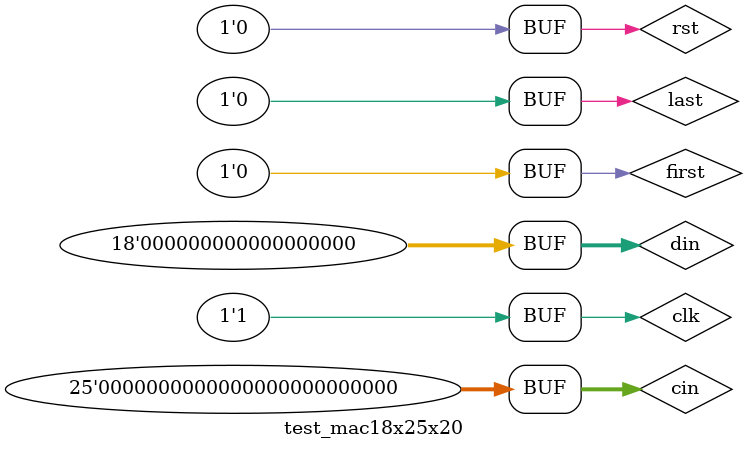
<source format=v>
`timescale 1ns / 1ps
module test_mac18x25x20;

	// Inputs
	reg [24:0] cin;
	reg [17:0] din;
	reg first;
	reg last;
	reg clk;
	reg rst;

	// Outputs
	wire [19:0] dout;
	wire ov;
	wire ovf;

	// Instantiate the Unit Under Test (UUT)
	mac18x25x20 uut (
		.cin(cin), 
		.din(din), 
		.first(first),
		.last(last),
		.dout(dout), 
		.ov(ov), 
		.ovf(ovf), 
		.clk(clk), 
		.rst(rst)
	);

	initial begin
		// Initialize Inputs
		cin = 0;
		din = 0;
		first = 0;
		last = 0;
		clk = 0;
		rst = 0;

		// Wait 100 ns for global reset to finish
		#100;
        
		// reset
		#5 clk = 0; rst = 1;
		#5 clk = 1;
		repeat (15)
		begin
		#5 clk = 0; rst = 0;
		#5 clk = 1;
		end
		
		// Test 1
		#5 clk = 0; first = 1; last = 0; cin = 262144; din = 1; // 
		#5 clk = 1;
		#5 clk = 0; first = 0; last = 0; cin = 262144; din = 10; // 
		#5 clk = 1;
		#5 clk = 0; first = 0; last = 0; cin = 262144; din = 100; // 
		#5 clk = 1;
		#5 clk = 0; first = 0; last = 0; cin = 262144; din = 1000; // 
		#5 clk = 1;
		#5 clk = 0; first = 0; last = 0; cin = 262144; din = 10000; // 
		#5 clk = 1;
		#5 clk = 0; first = 0; last = 1; cin = 262144; din = 100000; // 
		#5 clk = 1;
		#5 clk = 0; first = 1; last = 0; cin = 262144; din = -1; // 
		#5 clk = 1;
		#5 clk = 0; first = 0; last = 0; cin = 262144; din = -10; // 
		#5 clk = 1;
		#5 clk = 0; first = 0; last = 0; cin = 262144; din = -100; // 
		#5 clk = 1;
		#5 clk = 0; first = 0; last = 0; cin = 262144; din = -1000; // 
		#5 clk = 1;
		#5 clk = 0; first = 0; last = 0; cin = 262144; din = -10000; // 
		#5 clk = 1;
		#5 clk = 0; first = 0; last = 1; cin = 262144; din = -100000; // 
		#5 clk = 1;
		#5 clk = 0; first = 1; last = 0; cin = 131072; din = 1; // 
		#5 clk = 1;
		#5 clk = 0; first = 0; last = 0; cin = 131072; din = 10; // 
		#5 clk = 1;
		#5 clk = 0; first = 0; last = 0; cin = 131072; din = 100; // 
		#5 clk = 1;
		#5 clk = 0; first = 0; last = 0; cin = 131072; din = 1000; // 
		#5 clk = 1;
		#5 clk = 0; first = 0; last = 0; cin = 131072; din = 10000; // 
		#5 clk = 1;
		#5 clk = 0; first = 0; last = 1; cin = 131072; din = 100000; // 
		#5 clk = 1;
		#5 clk = 0; first = 1; last = 0; cin = 65536; din = -1; // 
		#5 clk = 1;
		#5 clk = 0; first = 0; last = 0; cin = 65536; din = -10; // 
		#5 clk = 1;
		#5 clk = 0; first = 0; last = 0; cin = 65536; din = -100; // 
		#5 clk = 1;
		#5 clk = 0; first = 0; last = 0; cin = 65536; din = -1000; // 
		#5 clk = 1;
		#5 clk = 0; first = 0; last = 0; cin = 65536; din = -10000; // 
		#5 clk = 1;
		#5 clk = 0; first = 0; last = 1; cin = 65536; din = -100000; // 
		#5 clk = 1;
		#5 clk = 0; first = 1; last = 1; cin = 25'h0800000; din = 18'h10000; // 1/2 x1/2 = 1/4
		#5 clk = 1;
		#5 clk = 0; first = 1; last = 1; cin = 25'h0FFFFFF; din = 18'h1FFFF; // 1 x1 = 1
		#5 clk = 1;
		#5 clk = 0; first = 1; last = 1; cin = 0; din = 0;
		#5 clk = 1;
		
		// clock out results
		repeat (16)
		begin
		#5 clk = 0; first = 0; last = 0;
		#5 clk = 1;
		end

	end
      
endmodule


</source>
